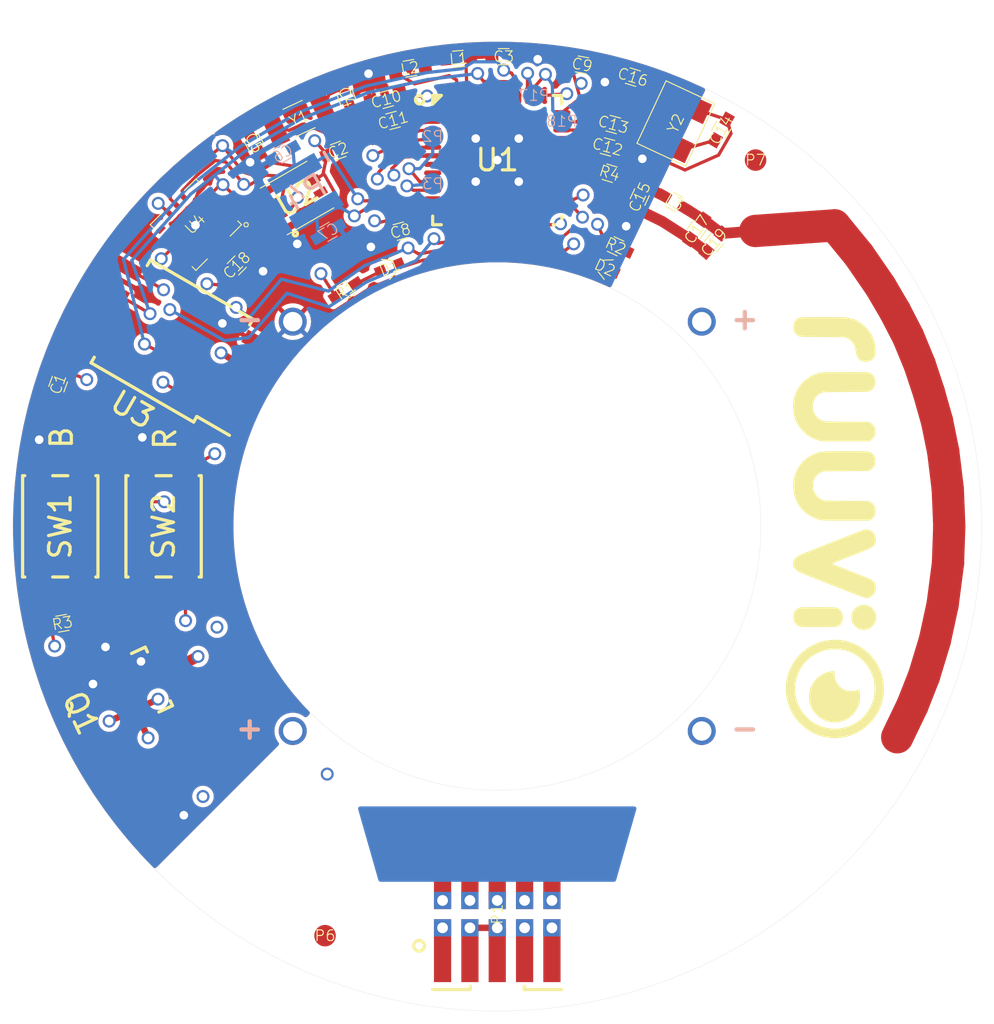
<source format=kicad_pcb>
(kicad_pcb (version 20221018) (generator pcbnew)
  (layers (0 "F.Cu" signal) (1 "In1.Cu" signal) (2 "In2.Cu" signal) (31 "B.Cu" signal) (34 "B.Paste" user) (35 "F.Paste" user) (36 "B.SilkS" user "B.Silkscreen") (37 "F.SilkS" user "F.Silkscreen") (38 "B.Mask" user) (39 "F.Mask" user) (44 "Edge.Cuts" user))
  (net 0 "")
  (net 1 "VDD")
  (net 2 "GND")
  (net 3 "Net-(C3-Pad1)")
  (net 4 "Net-(C4-Pad2)")
  (net 5 "Net-(C5-Pad2)")
  (net 6 "Net-(C6-Pad2)")
  (net 7 "Net-(C7-Pad1)")
  (net 8 "Net-(C11-Pad2)")
  (net 9 "Net-(C12-Pad2)")
  (net 10 "Net-(C13-Pad2)")
  (net 11 "/XC1")
  (net 12 "/ANTENNA")
  (net 13 "/XC2")
  (net 14 "Net-(C17-Pad1)")
  (net 15 "/LED1")
  (net 16 "Net-(D1-Pad2)")
  (net 17 "/LED3")
  (net 18 "Net-(D2-Pad2)")
  (net 19 "Net-(L1-Pad1)")
  (net 20 "Net-(L2-Pad1)")
  (net 21 "/SWDIO")
  (net 22 "/SWDCLK")
  (net 23 "/SWO")
  (net 24 "/RESET")
  (net 25 "Net-(P2-Pad1)")
  (net 26 "Net-(P3-Pad1)")
  (net 27 "/BUTTON1")
  (net 28 "Net-(R4-Pad2)")
  (net 29 "/SPI_ACC_CS")
  (net 30 "/SPI_FLASH_CS")
  (net 31 "/SPI_HUMI_CS")
  (net 32 "/ACC_INT1")
  (net 33 "/SPI_MOSI")
  (net 34 "/SPI_MISO")
  (net 35 "/SPI_SCK")
  (net 36 "Net-(P1-Pad7)")
  (net 37 "Net-(P1-Pad8)")
  (net 38 "Net-(P17-Pad1)")
  (net 39 "Net-(P18-Pad1)")
  (net 40 "Net-(P8-Pad1)")
  (footprint "RuuviTag:0402_GENERAL" (layer "F.Cu") (at 15.11 5.06 20)
    (fp_text reference "C2")
    (fp_text value "100n")
  )
  (footprint "RuuviTag:0402_GENERAL" (layer "F.Cu") (at 22.8 0.7)
    (fp_text reference "C3")
    (fp_text value "1u")
  )
  (footprint "RuuviTag:0402_GENERAL" (layer "F.Cu") (at 15.49 2.57 110)
    (fp_text reference "C4")
    (fp_text value "12p")
  )
  (footprint "RuuviTag:0402_GENERAL" (layer "F.Cu") (at 11.2 4.7 120)
    (fp_text reference "C5")
    (fp_text value "12p")
  )
  (footprint "RuuviTag:0402_GENERAL" (layer "F.Cu") (at 18 8.8 15)
    (fp_text reference "C8")
    (fp_text value "100n")
  )
  (footprint "RuuviTag:0402_GENERAL" (layer "F.Cu") (at 26.44 1.08 170)
    (fp_text reference "C9")
    (fp_text value "100n")
  )
  (footprint "RuuviTag:0402_GENERAL" (layer "F.Cu") (at 17.66 3.66 15)
    (fp_text reference "C11")
    (fp_text value "100n")
  )
  (footprint "RuuviTag:0402_GENERAL" (layer "F.Cu") (at 27.62 4.89 165)
    (fp_text reference "C12")
    (fp_text value "100p")
  )
  (footprint "RuuviTag:0402_GENERAL" (layer "F.Cu") (at 27.89 3.85 165)
    (fp_text reference "C13")
    (fp_text value "100p")
  )
  (footprint "RuuviTag:0402_GENERAL" (layer "F.Cu") (at 32.9 4.1 -120)
    (fp_text reference "C14")
    (fp_text value "12p")
  )
  (footprint "RuuviTag:0402_GENERAL" (layer "F.Cu") (at 29.12 7.22 -115)
    (fp_text reference "C15")
    (fp_text value "0p8")
  )
  (footprint "RuuviTag:0402_GENERAL" (layer "F.Cu") (at 28.8 1.65 -17)
    (fp_text reference "C16")
    (fp_text value "12p")
  )
  (footprint "RuuviTag:0402_GENERAL" (layer "F.Cu") (at 31.77 8.72 -125)
    (fp_text reference "C17")
    (fp_text value "1p2")
  )
  (footprint "RuuviTag:0402_GENERAL" (layer "F.Cu") (at 32.57 9.33 -130)
    (fp_text reference "C19")
    (fp_text value "1p2")
  )
  (footprint "RuuviTag:0402_LED" (layer "F.Cu") (at 17.5 10.5 -158)
    (fp_text reference "D1")
    (fp_text value "LED1")
  )
  (footprint "RuuviTag:0402_LED" (layer "F.Cu") (at 27.5 10.5 -25)
    (fp_text reference "D2")
    (fp_text value "LED3")
  )
  (footprint "RuuviTag:0402_GENERAL" (layer "F.Cu") (at 20.7 0.8 5)
    (fp_text reference "L1")
    (fp_text value "15n")
  )
  (footprint "RuuviTag:0603_GENERAL" (layer "F.Cu") (at 18.44 1.24 10)
    (fp_text reference "L2")
    (fp_text value "10u")
  )
  (footprint "RuuviTag:0402_GENERAL" (layer "F.Cu") (at 30.73 7.45 -30)
    (fp_text reference "L3")
    (fp_text value "3n9")
  )
  (footprint "RuuviTag:FIDUCIAL_1MM" (layer "F.Cu") (at 14.5 41.5)
    (fp_text reference "P6")
    (fp_text value "FIDUCIAL")
  )
  (footprint "RuuviTag:FIDUCIAL_1MM" (layer "F.Cu") (at 34.5 5.5)
    (fp_text reference "P7")
    (fp_text value "FIDUCIAL")
  )
  (footprint "Housings_SOT-23_SOT-143_TSOT-6:SOT-23" (layer "F.Cu") (at 6.19 29.74 -65)
    (fp_text reference "Q1")
    (fp_text value "Q_PMOS_GSD")
  )
  (footprint "RuuviTag:0402_GENERAL" (layer "F.Cu") (at 15.46 11.55 -147)
    (fp_text reference "R1")
    (fp_text value "470")
  )
  (footprint "RuuviTag:0402_GENERAL" (layer "F.Cu") (at 28 9.5 155)
    (fp_text reference "R2")
    (fp_text value "470")
  )
  (footprint "RuuviTag:0402_GENERAL" (layer "F.Cu") (at 2.3 27 -170)
    (fp_text reference "R3")
    (fp_text value "100k")
  )
  (footprint "RuuviTag:0603_GENERAL" (layer "F.Cu") (at 27.72 6.11 163)
    (fp_text reference "R4")
    (fp_text value "0")
  )
  (footprint "Buttons_Switches_SMD:SW_SPST_EVQP2" (layer "F.Cu") (at 2.2 22.5 90)
    (fp_text reference "SW1")
    (fp_text value "SW_PUSH")
  )
  (footprint "Buttons_Switches_SMD:SW_SPST_EVQP2" (layer "F.Cu") (at 7 22.5 90)
    (fp_text reference "SW2")
    (fp_text value "SW_PUSH")
  )
  (footprint "RuuviTag:QFN-48_6X6MM_BOTPAD" (layer "F.Cu") (at 22.5 5.5)
    (fp_text reference "U1")
    (fp_text value "nRF52832")
  )
  (footprint "RuuviTag:BME280" (layer "F.Cu") (at 13.2 7.26 -150)
    (fp_text reference "U2")
    (fp_text value "BME280")
  )
  (footprint "RuuviTag:LGA16_3X3MM" (layer "F.Cu") (at 8.5 8.5 -135)
    (fp_text reference "U4")
    (fp_text value "ADXL363")
  )
  (footprint "RuuviTag:32X15MM_2PIN_CRYSTAL" (layer "F.Cu") (at 13.29 3.57 -155)
    (fp_text reference "Y1")
    (fp_text value "32K")
  )
  (footprint "RuuviTag:32X25MM_4PIN_CRYSTAL" (layer "F.Cu") (at 30.8 3.8 65)
    (fp_text reference "Y2")
    (fp_text value "32M")
  )
  (footprint "RuuviTag:ARM_DEBUG_CONNECTOR_10PIN_ALSO_SMD" (layer "F.Cu") (at 22.5 40.5 90)
    (fp_text reference "P1")
    (fp_text value "ARM_DEBUG")
  )
  (footprint "RuuviTag:09MM_PLATED_HOLE" (layer "F.Cu") (at 32 13)
    (fp_text reference "P8" hide)
    (fp_text value "+BATT")
  )
  (footprint "RuuviTag:09MM_PLATED_HOLE" (layer "F.Cu") (at 13 32)
    (fp_text reference "P9" hide)
    (fp_text value "+BATT")
  )
  (footprint "RuuviTag:09MM_PLATED_HOLE" (layer "F.Cu") (at 32 32)
    (fp_text reference "P11" hide)
    (fp_text value "GND")
  )
  (footprint "RuuviTag:09MM_PLATED_HOLE" (layer "F.Cu") (at 13 13)
    (fp_text reference "P12" hide)
    (fp_text value "GND")
  )
  (footprint "Ruuvi:RUUVILOGOSILK20MM" (layer "F.Cu") (at 38.19 22.56 -90)
    (fp_text reference "G***" hide)
    (fp_text value "RUUVILOGOSILK20MM" hide)
  )
  (footprint "RuuviTag:0603_GENERAL" (layer "F.Cu") (at 2.1 15.9 -110)
    (fp_text reference "C1")
    (fp_text value "4u7")
  )
  (footprint "RuuviTag:0603_GENERAL" (layer "F.Cu") (at 10.4 10.39 45)
    (fp_text reference "C18")
    (fp_text value "4u7")
  )
  (footprint "RuuviTag:0603_GENERAL" (layer "F.Cu") (at 17.34 2.68 15)
    (fp_text reference "C10")
    (fp_text value "4u7")
  )
  (footprint "Housings_SOIC:SOIJ-8_5.3x5.3mm_Pitch1.27mm" (layer "F.Cu") (at 7.39 13.9 150)
    (fp_text reference "U3")
    (fp_text value "GENERIC_DATAFLASH")
  )
  (footprint "RuuviTag:0402_GENERAL" (layer "B.Cu") (at 12.53 5.19 30)
    (fp_text reference "C6")
    (fp_text value "NFCTUN1")
  )
  (footprint "RuuviTag:0402_GENERAL" (layer "B.Cu") (at 14.66 8.83 30)
    (fp_text reference "C7")
    (fp_text value "NFCTUN2")
  )
  (footprint "RuuviTag:2PIN_2MM_PITCH_SMD_PIN_STRIP" (layer "B.Cu") (at 13.6 7 -150)
    (fp_text reference "P4")
    (fp_text value "NFC")
  )
  (footprint "RuuviTag:FIDUCIAL_1MM" (layer "B.Cu") (at 19.5 4.4)
    (fp_text reference "P2")
    (fp_text value "UART_TX")
  )
  (footprint "RuuviTag:FIDUCIAL_1MM" (layer "B.Cu") (at 19.5 6.6)
    (fp_text reference "P3")
    (fp_text value "UART_RX")
  )
  (footprint "RuuviTag:FIDUCIAL_1MM" (layer "B.Cu") (at 24.2 2.5)
    (fp_text reference "P17")
    (fp_text value "I2C_SCL")
  )
  (footprint "RuuviTag:FIDUCIAL_1MM" (layer "B.Cu") (at 25.5 3.7)
    (fp_text reference "P18")
    (fp_text value "I2C_SDA")
  )
  (footprint "RuuviTag:OSHWTEXT_MASK_12MM" (layer "B.Cu") (at 22.5 37.2 180)
    (fp_text reference "G***" hide)
    (fp_text value "OSHWTEXT_MASK_12MM" hide)
  )
  (gr_circle (center 22.5 22.5) (end 0 22.5) (stroke (width 0.01)) (fill none) (layer "Edge.Cuts"))
  (gr_circle (center 22.5 22.5) (end 34.75 22.5) (stroke (width 0.01)) (fill none) (layer "Edge.Cuts"))
  (gr_text "+" (at 34 13 180) (layer "B.SilkS") (effects (font (size 1 1) (thickness 0.2)) (justify mirror)))
  (gr_text "-" (at 11 13 180) (layer "B.SilkS") (effects (font (size 1 1) (thickness 0.2)) (justify mirror)))
  (gr_text "+" (at 11 32 180) (layer "B.SilkS") (effects (font (size 1 1) (thickness 0.2)) (justify mirror)))
  (gr_text "-" (at 34 32 180) (layer "B.SilkS") (effects (font (size 1 1) (thickness 0.2)) (justify mirror)))
  (gr_text "R" (at 7.07 18.43 90) (layer "F.SilkS") (effects (font (size 1 1))))
  (gr_text "B" (at 2.26 18.38 90) (layer "F.SilkS") (effects (font (size 1 1))))
  (segment (start 25.5 3.3) (end 26.35 2.63) (width 0.15) (layer "F.Cu") (net 1))
  (segment (start 26.35 2.63) (end 26.171933 1.981236) (width 0.15) (layer "F.Cu") (net 1))
  (segment (start 26.171933 1.981236) (end 25.898356 0.984494) (width 0.15) (layer "F.Cu") (net 1))
  (segment (start 26.171933 1.981236) (end 26.4 1.94) (width 0.15) (layer "F.Cu") (net 1))
  (segment (start 17.931259 2.55765) (end 19.240141 2.525795) (width 0.15) (layer "F.Cu") (net 1))
  (segment (start 20.3 8.5) (end 18.531259 8.65765) (width 0.15) (layer "F.Cu") (net 1))
  (segment (start 19.240141 2.525795) (end 20.3 2.5) (width 0.15) (layer "F.Cu") (net 1))
  (segment (start 13.968477 6.441042) (end 14.4 6.18) (width 0.15) (layer "F.Cu") (net 1))
  (segment (start 14.4 6.18) (end 14.43 6.035274) (width 0.15) (layer "F.Cu") (net 1))
  (segment (start 14.43 6.035274) (end 14.593169 5.248111) (width 0.15) (layer "F.Cu") (net 1))
  (segment (start 10.126346 8.287868) (end 10.66 8.84) (width 0.15) (layer "F.Cu") (net 1))
  (segment (start 10.66 8.84) (end 9.820332 9.720297) (width 0.15) (layer "F.Cu") (net 1))
  (segment (start 9.42 10.14) (end 9.811091 10.588909) (width 0.15) (layer "F.Cu") (net 1))
  (segment (start 9.065685 9.772792) (end 9.42 10.14) (width 0.15) (layer "F.Cu") (net 1))
  (segment (start 14.593169 5.248111) (end 14.02 4.6) (width 0.15) (layer "F.Cu") (net 1))
  (segment (start 27.501531 9.26756) (end 27.16 8.48) (width 0.15) (layer "F.Cu") (net 1))
  (segment (start 19.96 42.405) (end 19.96 41.135) (width 0.15) (layer "F.Cu") (net 1))
  (segment (start 1.758356 27.095506) (end 1.94 28.06) (width 0.15) (layer "F.Cu") (net 1))
  (segment (start 2.339414 15.242215) (end 3.43 15.69) (width 0.15) (layer "F.Cu") (net 1))
  (segment (start 14.618477 7.566875) (end 14.87 7.29) (width 0.15) (layer "F.Cu") (net 1))
  (segment (start 14.87 7.29) (end 14.91 6.95) (width 0.15) (layer "F.Cu") (net 1))
  (segment (start 14.91 6.95) (end 14.48 6.19) (width 0.15) (layer "F.Cu") (net 1))
  (segment (start 14.48 6.19) (end 14.4 6.18) (width 0.15) (layer "F.Cu") (net 1))
  (segment (start 9.905025 10.884975) (end 9.51 11.29) (width 0.15) (layer "F.Cu") (net 1))
  (segment (start 9.51 11.29) (end 9.01 11.24) (width 0.15) (layer "F.Cu") (net 1))
  (segment (start 14.998731 11.849551) (end 14.31 10.77) (width 0.15) (layer "F.Cu") (net 1))
  (segment (start 18.531259 8.65765) (end 18.11 8.13) (width 0.15) (layer "F.Cu") (net 1))
  (segment (start 18.11 8.13) (end 16.93 8.42) (width 0.15) (layer "F.Cu") (net 1))
  (segment (start 16.93 8.42) (end 16.8 8.32) (width 0.15) (layer "F.Cu") (net 1))
  (segment (start 2.339414 15.242215) (end 3.276507 13.724778) (width 0.3) (layer "F.Cu") (net 1))
  (segment (start 3.276507 13.724778) (end 3.911507 12.624926) (width 0.3) (layer "F.Cu") (net 1))
  (segment (start 10.868493 15.175074) (end 9.67 14.45) (width 0.3) (layer "F.Cu") (net 1))
  (segment (start 5.684491 31.023932) (end 6.28 32.32) (width 0.3) (layer "F.Cu") (net 1))
  (segment (start 5.684491 31.023932) (end 4.47 31.54) (width 0.3) (layer "F.Cu") (net 1))
  (segment (start 5.684491 31.023932) (end 6.74 30.52) (width 0.3) (layer "F.Cu") (net 1))
  (segment (start 9.768742 9.774384) (end 9.42 10.14) (width 0.15) (layer "F.Cu") (net 1))
  (segment (start 9.419239 9.419239) (end 9.63137 9.63137) (width 0.15) (layer "F.Cu") (net 1))
  (segment (start 9.63137 9.63137) (end 9.63137 9.637012) (width 0.15) (layer "F.Cu") (net 1))
  (segment (start 9.63137 9.637012) (end 9.768742 9.774384) (width 0.15) (layer "F.Cu") (net 1))
  (segment (start 9.820332 9.720297) (end 9.768742 9.774384) (width 0.15) (layer "F.Cu") (net 1))
  (via (at 8.83 35.04) (size 0.6) (drill 0.4) (layers "F.Cu" "B.Cu") (net 1))
  (via (at 1.94 28.06) (size 0.6) (drill 0.4) (layers "F.Cu" "B.Cu") (net 1))
  (via (at 3.43 15.69) (size 0.6) (drill 0.4) (layers "F.Cu" "B.Cu") (net 1))
  (via (at 14.31 10.77) (size 0.6) (drill 0.4) (layers "F.Cu" "B.Cu") (net 1))
  (via (at 19.240141 2.525795) (size 0.6) (drill 0.4) (layers "F.Cu" "B.Cu") (net 1))
  (via (at 9.01 11.24) (size 0.6) (drill 0.4) (layers "F.Cu" "B.Cu") (net 1))
  (via (at 4.47 31.54) (size 0.6) (drill 0.4) (layers "F.Cu" "B.Cu") (net 1))
  (via (at 26.4 1.94) (size 0.6) (drill 0.4) (layers "F.Cu" "B.Cu") (net 1))
  (via (at 9.67 14.45) (size 0.6) (drill 0.4) (layers "F.Cu" "B.Cu") (net 1))
  (via (at 6.74 30.52) (size 0.6) (drill 0.4) (layers "F.Cu" "B.Cu") (net 1))
  (via (at 14.02 4.6) (size 0.6) (drill 0.4) (layers "F.Cu" "B.Cu") (net 1))
  (via (at 16.8 8.32) (size 0.6) (drill 0.4) (layers "F.Cu" "B.Cu") (net 1))
  (via (at 27.16 8.48) (size 0.6) (drill 0.4) (layers "F.Cu" "B.Cu") (net 1))
  (via (at 6.28 32.32) (size 0.6) (drill 0.4) (layers "F.Cu" "B.Cu") (net 1))
  (segment (start 19.240141 2.525795) (end 19.24 2.52) (width 0.15) (layer "B.Cu") (net 1))
  (segment (start 22.5 5.5) (end 21.5 4.5) (width 0.15) (layer "F.Cu") (net 2))
  (segment (start 22.5 5.5) (end 23.5 4.5) (width 0.15) (layer "F.Cu") (net 2))
  (segment (start 22.5 5.5) (end 21.5 6.5) (width 0.15) (layer "F.Cu") (net 2))
  (segment (start 22.5 5.5) (end 23.5 6.5) (width 0.15) (layer "F.Cu") (net 2))
  (segment (start 32.216467 9.751324) (end 31.454533 9.170534) (width 0.5) (layer "F.Cu") (net 2))
  (segment (start 31.454533 9.170534) (end 30.17 8.35) (width 0.5) (layer "F.Cu") (net 2))
  (segment (start 30.17 8.35) (end 28.88756 7.718469) (width 0.5) (layer "F.Cu") (net 2))
  (segment (start 28.88756 7.718469) (end 28.49 8.57) (width 0.5) (layer "F.Cu") (net 2))
  (segment (start 21.5 2.5) (end 21.49 3.27) (width 0.15) (layer "F.Cu") (net 2))
  (segment (start 21.49 3.27) (end 22.5 5.5) (width 0.15) (layer "F.Cu") (net 2))
  (segment (start 25.5 5.3) (end 26.51 5.29) (width 0.15) (layer "F.Cu") (net 2))
  (segment (start 26.51 5.29) (end 26.77 5.16) (width 0.15) (layer "F.Cu") (net 2))
  (segment (start 26.77 5.16) (end 27.51 5.38) (width 0.15) (layer "F.Cu") (net 2))
  (segment (start 27.51 5.38) (end 28.151259 5.03235) (width 0.15) (layer "F.Cu") (net 2))
  (segment (start 28.49 8.57) (end 27.65 8.18) (width 0.15) (layer "F.Cu") (net 2))
  (segment (start 27.65 8.18) (end 27.31 7.52) (width 0.15) (layer "F.Cu") (net 2))
  (segment (start 27.31 7.52) (end 27.91 5.54) (width 0.15) (layer "F.Cu") (net 2))
  (segment (start 27.91 5.54) (end 28.151259 5.03235) (width 0.15) (layer "F.Cu") (net 2))
  (segment (start 29.24 5.44) (end 29.697651 4.389344) (width 0.15) (layer "F.Cu") (net 2))
  (segment (start 33.175 3.623686) (end 31.902349 3.210656) (width 0.15) (layer "F.Cu") (net 2))
  (segment (start 33.175 3.623686) (end 33.36 4.27) (width 0.15) (layer "F.Cu") (net 2))
  (segment (start 33.36 4.27) (end 32.78 5.27) (width 0.15) (layer "F.Cu") (net 2))
  (segment (start 32.78 5.27) (end 31.22 5.96) (width 0.15) (layer "F.Cu") (net 2))
  (segment (start 31.22 5.96) (end 29.68 5.27) (width 0.15) (layer "F.Cu") (net 2))
  (segment (start 29.68 5.27) (end 29.24 5.44) (width 0.15) (layer "F.Cu") (net 2))
  (segment (start 16.868741 2.84235) (end 16.52 1.49) (width 0.15) (layer "F.Cu") (net 2))
  (segment (start 9.772792 9.065685) (end 9.28967 8.560747) (width 0.15) (layer "F.Cu") (net 2))
  (segment (start 8.38 7.61) (end 8.58 7.05) (width 0.15) (layer "F.Cu") (net 2))
  (segment (start 8.58 7.05) (end 8.712132 6.873654) (width 0.15) (layer "F.Cu") (net 2))
  (segment (start 9.28967 8.560747) (end 8.874365 8.126689) (width 0.15) (layer "F.Cu") (net 2))
  (segment (start 9.28967 8.560747) (end 8.449576 9.312013) (width 0.15) (layer "F.Cu") (net 2))
  (segment (start 8.379963 9.374265) (end 7.934315 9.772792) (width 0.15) (layer "F.Cu") (net 2))
  (segment (start 8.874365 8.126689) (end 8.38 7.61) (width 0.15) (layer "F.Cu") (net 2))
  (segment (start 8.48 8.52) (end 8.874365 8.126689) (width 0.15) (layer "F.Cu") (net 2))
  (segment (start 21.23 41.135) (end 22.5 41.135) (width 0.3) (layer "F.Cu") (net 2))
  (segment (start 21.23 42.405) (end 21.23 41.135) (width 0.15) (layer "F.Cu") (net 2))
  (segment (start 22.5 42.405) (end 22.5 41.135) (width 0.15) (layer "F.Cu") (net 2))
  (segment (start 25.04 42.405) (end 25.04 41.135) (width 0.15) (layer "F.Cu") (net 2))
  (segment (start 1.2 19.925) (end 1.22 18.48) (width 0.15) (layer "F.Cu") (net 2))
  (segment (start 6 19.925) (end 6.01 18.37) (width 0.15) (layer "F.Cu") (net 2))
  (segment (start 10.894975 9.895025) (end 11.62 10.66) (width 0.15) (layer "F.Cu") (net 2))
  (segment (start 7.227208 9.065685) (end 7.79 8.48) (width 0.15) (layer "F.Cu") (net 2))
  (segment (start 7.79 8.48) (end 8.48 8.52) (width 0.15) (layer "F.Cu") (net 2))
  (segment (start 8.287868 10.126346) (end 8.51 9.88) (width 0.15) (layer "F.Cu") (net 2))
  (segment (start 8.51 9.88) (end 8.449576 9.312013) (width 0.15) (layer "F.Cu") (net 2))
  (segment (start 8.449576 9.312013) (end 8.379963 9.374265) (width 0.15) (layer "F.Cu") (net 2))
  (segment (start 11.475 5.176314) (end 11.02 5.6) (width 0.15) (layer "F.Cu") (net 2))
  (segment (start 23.35 0.7) (end 24.38 0.82) (width 0.15) (layer "F.Cu") (net 2))
  (segment (start 28.274032 1.489196) (end 28.14 1.97) (width 0.15) (layer "F.Cu") (net 2))
  (segment (start 28.14 1.97) (end 27.91 2.11) (width 0.15) (layer "F.Cu") (net 2))
  (segment (start 27.91 2.11) (end 27.46 1.99) (width 0.15) (layer "F.Cu") (net 2))
  (segment (start 27.46 1.99) (end 27.5 1.88) (width 0.15) (layer "F.Cu") (net 2))
  (segment (start 17.468741 8.94235) (end 16.68 9.21) (width 0.15) (layer "F.Cu") (net 2))
  (segment (start 16.68 9.21) (end 16.63 9.53) (width 0.15) (layer "F.Cu") (net 2))
  (segment (start 14.293477 7.003958) (end 12.756523 8.641875) (width 0.15) (layer "F.Cu") (net 2))
  (segment (start 12.756523 8.641875) (end 13.21 9.39) (width 0.15) (layer "F.Cu") (net 2))
  (segment (start 17.128741 3.80235) (end 16.663852 2.861173) (width 0.15) (layer "F.Cu") (net 2))
  (segment (start 15.678111 3.086831) (end 16.663852 2.861173) (width 0.15) (layer "F.Cu") (net 2))
  (segment (start 11.503493 14.075222) (end 9.73 13.08) (width 0.15) (layer "F.Cu") (net 2))
  (segment (start 4.881516 29.301947) (end 3.72 29.82) (width 0.3) (layer "F.Cu") (net 2))
  (segment (start 4.881516 29.301947) (end 4.3 28.1) (width 0.3) (layer "F.Cu") (net 2))
  (segment (start 4.881516 29.301947) (end 5.95 28.77) (width 0.3) (layer "F.Cu") (net 2))
  (via (at 28.49 8.57) (size 0.6) (drill 0.4) (layers "F.Cu" "B.Cu") (net 2))
  (via (at 23.5 6.5) (size 0.6) (drill 0.4) (layers "F.Cu" "B.Cu") (net 2))
  (via (at 3.72 29.82) (size 0.6) (drill 0.4) (layers "F.Cu" "B.Cu") (net 2))
  (via (at 21.5 4.5) (size 0.6) (drill 0.4) (layers "F.Cu" "B.Cu") (net 2))
  (via (at 11.02 5.6) (size 0.6) (drill 0.4) (layers "F.Cu" "B.Cu") (net 2))
  (via (at 16.52 1.49) (size 0.6) (drill 0.4) (layers "F.Cu" "B.Cu") (net 2))
  (via (at 13.21 9.39) (size 0.6) (drill 0.4) (layers "F.Cu" "B.Cu") (net 2))
  (via (at 24.38 0.82) (size 0.6) (drill 0.4) (layers "F.Cu" "B.Cu") (net 2))
  (via (at 23.5 4.5) (size 0.6) (drill 0.4) (layers "F.Cu" "B.Cu") (net 2))
  (via (at 5.95 28.77) (size 0.6) (drill 0.4) (layers "F.Cu" "B.Cu") (net 2))
  (via (at 8.48 8.52) (size 0.6) (drill 0.4) (layers "F.Cu" "B.Cu") (net 2))
  (via (at 11.62 10.66) (size 0.6) (drill 0.4) (layers "F.Cu" "B.Cu") (net 2))
  (via (at 21.5 6.5) (size 0.6) (drill 0.4) (layers "F.Cu" "B.Cu") (net 2))
  (via (at 1.22 18.48) (size 0.6) (drill 0.4) (layers "F.Cu" "B.Cu") (net 2))
  (via (at 29.24 5.44) (size 0.6) (drill 0.4) (layers "F.Cu" "B.Cu") (net 2))
  (via (at 4.3 28.1) (size 0.6) (drill 0.4) (layers "F.Cu" "B.Cu") (net 2))
  (via (at 9.73 13.08) (size 0.6) (drill 0.4) (layers "F.Cu" "B.Cu") (net 2))
  (via (at 7.94 35.91) (size 0.6) (drill 0.4) (layers "F.Cu" "B.Cu") (net 2))
  (via (at 27.5 1.88) (size 0.6) (drill 0.4) (layers "F.Cu" "B.Cu") (net 2))
  (via (at 22.5 5.5) (size 0.6) (drill 0.4) (layers "F.Cu" "B.Cu") (net 2))
  (via (at 16.63 9.53) (size 0.6) (drill 0.4) (layers "F.Cu" "B.Cu") (net 2))
  (via (at 6.01 18.37) (size 0.6) (drill 0.4) (layers "F.Cu" "B.Cu") (net 2))
  (segment (start 21.1 2.5) (end 21.05 1.14) (width 0.15) (layer "F.Cu") (net 3))
  (segment (start 21.05 1.14) (end 21.247907 0.752064) (width 0.15) (layer "F.Cu") (net 3))
  (segment (start 21.247907 0.752064) (end 22.25 0.7) (width 0.15) (layer "F.Cu") (net 3))
  (segment (start 19.5 3.7) (end 18.98 3.79) (width 0.15) (layer "F.Cu") (net 4))
  (segment (start 18.98 3.79) (end 18.38 3.99) (width 0.15) (layer "F.Cu") (net 4))
  (segment (start 18.38 3.99) (end 17.54 4.2) (width 0.15) (layer "F.Cu") (net 4))
  (segment (start 17.54 4.2) (end 16.79 4.4) (width 0.15) (layer "F.Cu") (net 4))
  (segment (start 16.79 4.4) (end 15.54 3.76) (width 0.15) (layer "F.Cu") (net 4))
  (segment (start 15.54 3.76) (end 14.427569 3.052858) (width 0.15) (layer "F.Cu") (net 4))
  (segment (start 15.511889 2.083169) (end 14.69 2.45) (width 0.15) (layer "F.Cu") (net 4))
  (segment (start 14.69 2.45) (end 14.427569 3.052858) (width 0.15) (layer "F.Cu") (net 4))
  (segment (start 19.5 4.1) (end 18.91 4.13) (width 0.15) (layer "F.Cu") (net 5))
  (segment (start 18.91 4.13) (end 18.62 4.24) (width 0.15) (layer "F.Cu") (net 5))
  (segment (start 18.62 4.24) (end 17.68 4.48) (width 0.15) (layer "F.Cu") (net 5))
  (segment (start 17.68 4.48) (end 16.98 4.68) (width 0.15) (layer "F.Cu") (net 5))
  (segment (start 16.98 4.68) (end 16.71 4.73) (width 0.15) (layer "F.Cu") (net 5))
  (segment (start 16.71 4.73) (end 16.29 4.53) (width 0.15) (layer "F.Cu") (net 5))
  (segment (start 16.29 4.53) (end 15.61 4.14) (width 0.15) (layer "F.Cu") (net 5))
  (segment (start 15.61 4.14) (end 15.18 3.92) (width 0.15) (layer "F.Cu") (net 5))
  (segment (start 10.925 4.223686) (end 11.72 3.77) (width 0.15) (layer "F.Cu") (net 5))
  (segment (start 11.72 3.77) (end 12.312431 4.007142) (width 0.15) (layer "F.Cu") (net 5))
  (segment (start 15.18 3.92) (end 14.47 4.22) (width 0.15) (layer "F.Cu") (net 5))
  (segment (start 14.47 4.22) (end 13.5 3.81) (width 0.15) (layer "F.Cu") (net 5))
  (segment (start 13.5 3.81) (end 12.83 4.12) (width 0.15) (layer "F.Cu") (net 5))
  (segment (start 12.83 4.12) (end 12.312431 4.007142) (width 0.15) (layer "F.Cu") (net 5))
  (segment (start 19.5 7.3) (end 16.11 7.4) (width 0.15) (layer "F.Cu") (net 6))
  (segment (start 16.11 7.4) (end 16.02 7.3) (width 0.15) (layer "F.Cu") (net 6))
  (via (at 16.02 7.3) (size 0.6) (drill 0.4) (layers "F.Cu" "B.Cu") (net 6))
  (segment (start 16.02 7.3) (end 14.68 5.23) (width 0.15) (layer "B.Cu") (net 6))
  (segment (start 14.68 5.23) (end 13.1 6.133975) (width 0.15) (layer "B.Cu") (net 6))
  (segment (start 13.006314 4.915) (end 13.1 6.133975) (width 0.15) (layer "B.Cu") (net 6))
  (segment (start 19.5 7.7) (end 16.44 7.73) (width 0.15) (layer "F.Cu") (net 7))
  (segment (start 16.44 7.73) (end 15.86 8.09) (width 0.15) (layer "F.Cu") (net 7))
  (via (at 15.86 8.09) (size 0.6) (drill 0.4) (layers "F.Cu" "B.Cu") (net 7))
  (segment (start 15.86 8.09) (end 15.22 7.7) (width 0.15) (layer "B.Cu") (net 7))
  (segment (start 15.22 7.7) (end 14.1 7.866025) (width 0.15) (layer "B.Cu") (net 7))
  (segment (start 14.183686 9.105) (end 14.1 7.866025) (width 0.15) (layer "B.Cu") (net 7))
  (segment (start 19.5 3.3) (end 18.131259 3.45765) (width 0.15) (layer "F.Cu") (net 8))
  (segment (start 25.5 4.9) (end 26.3 4.88) (width 0.15) (layer "F.Cu") (net 9))
  (segment (start 26.3 4.88) (end 27.088741 4.74765) (width 0.15) (layer "F.Cu") (net 9))
  (segment (start 27.358741 3.70765) (end 26.5 4.39) (width 0.15) (layer "F.Cu") (net 10))
  (segment (start 26.5 4.39) (end 26.36 4.47) (width 0.15) (layer "F.Cu") (net 10))
  (segment (start 26.36 4.47) (end 25.5 4.5) (width 0.15) (layer "F.Cu") (net 10))
  (segment (start 31.057113 5.023271) (end 32.625 4.576314) (width 0.15) (layer "F.Cu") (net 11))
  (segment (start 31.057113 5.023271) (end 30.452907 3.862866) (width 0.15) (layer "F.Cu") (net 11))
  (segment (start 30.452907 3.862866) (end 29.407707 3.35845) (width 0.15) (layer "F.Cu") (net 11))
  (segment (start 29.407707 3.35845) (end 28.23974 2.940731) (width 0.15) (layer "F.Cu") (net 11))
  (segment (start 28.23974 2.940731) (end 27.424495 2.747073) (width 0.15) (layer "F.Cu") (net 11))
  (segment (start 27.424495 2.747073) (end 26.78 3.13) (width 0.15) (layer "F.Cu") (net 11))
  (segment (start 26.78 3.13) (end 26.54 3.92) (width 0.15) (layer "F.Cu") (net 11))
  (segment (start 26.54 3.92) (end 26.29 4.11) (width 0.15) (layer "F.Cu") (net 11))
  (segment (start 26.29 4.11) (end 25.5 4.1) (width 0.15) (layer "F.Cu") (net 11))
  (segment (start 28.389413 6.31466) (end 29.35244 6.721531) (width 0.5) (layer "F.Cu") (net 12))
  (segment (start 30.253686 7.175) (end 29.35244 6.721531) (width 0.5) (layer "F.Cu") (net 12))
  (segment (start 25.5 3.7) (end 26.17 3.73) (width 0.15) (layer "F.Cu") (net 13))
  (segment (start 26.17 3.73) (end 26.29 3.64) (width 0.15) (layer "F.Cu") (net 13))
  (segment (start 26.29 3.64) (end 26.46 3) (width 0.15) (layer "F.Cu") (net 13))
  (segment (start 26.46 3) (end 26.47 2.96) (width 0.15) (layer "F.Cu") (net 13))
  (segment (start 26.47 2.96) (end 27.27 2.42) (width 0.15) (layer "F.Cu") (net 13))
  (segment (start 27.27 2.42) (end 27.3 2.4) (width 0.15) (layer "F.Cu") (net 13))
  (segment (start 27.3 2.4) (end 28.601205 2.690533) (width 0.15) (layer "F.Cu") (net 13))
  (segment (start 28.601205 2.690533) (end 29.456505 3.057182) (width 0.15) (layer "F.Cu") (net 13))
  (segment (start 29.456505 3.057182) (end 30.542887 2.576729) (width 0.15) (layer "F.Cu") (net 13))
  (segment (start 30.542887 2.576729) (end 29.56 2.1) (width 0.15) (layer "F.Cu") (net 13))
  (segment (start 29.56 2.1) (end 29.325968 1.810804) (width 0.15) (layer "F.Cu") (net 13))
  (segment (start 31.206314 7.725) (end 32.085467 8.269466) (width 0.5) (layer "F.Cu") (net 14))
  (segment (start 32.085467 8.269466) (end 32.923533 8.908676) (width 0.5) (layer "F.Cu") (net 14))
  (segment (start 32.923533 8.908676) (end 34.49 8.79) (width 0.5) (layer "F.Cu") (net 14))
  (segment (start 34.49 8.79) (end 38.17 8.53) (width 1.5) (layer "F.Cu") (net 14))
  (segment (start 38.17 8.53) (end 39.3 9.91) (width 1.5) (layer "F.Cu") (net 14))
  (segment (start 39.3 9.91) (end 40.3 11.36) (width 1.5) (layer "F.Cu") (net 14))
  (segment (start 40.3 11.36) (end 40.98 12.52) (width 1.5) (layer "F.Cu") (net 14))
  (segment (start 40.98 12.52) (end 41.59 13.7) (width 1.5) (layer "F.Cu") (net 14))
  (segment (start 41.59 13.7) (end 42.13 15.01) (width 1.5) (layer "F.Cu") (net 14))
  (segment (start 42.13 15.01) (end 42.55 16.28) (width 1.5) (layer "F.Cu") (net 14))
  (segment (start 42.55 16.28) (end 42.93 17.62) (width 1.5) (layer "F.Cu") (net 14))
  (segment (start 42.93 17.62) (end 43.22 19.04) (width 1.5) (layer "F.Cu") (net 14))
  (segment (start 43.22 19.04) (end 43.43 20.78) (width 1.5) (layer "F.Cu") (net 14))
  (segment (start 43.43 20.78) (end 43.5 22.49) (width 1.5) (layer "F.Cu") (net 14))
  (segment (start 43.5 22.49) (end 43.44 24.21) (width 1.5) (layer "F.Cu") (net 14))
  (segment (start 43.44 24.21) (end 43.19 26.13) (width 1.5) (layer "F.Cu") (net 14))
  (segment (start 43.19 26.13) (end 42.83 27.79) (width 1.5) (layer "F.Cu") (net 14))
  (segment (start 42.83 27.79) (end 42.33 29.44) (width 1.5) (layer "F.Cu") (net 14))
  (segment (start 42.33 29.44) (end 41.79 30.81) (width 1.5) (layer "F.Cu") (net 14))
  (segment (start 41.79 30.81) (end 41.08 32.29) (width 1.5) (layer "F.Cu") (net 14))
  (segment (start 23.1 8.5) (end 23.1 9.48) (width 0.15) (layer "F.Cu") (net 15))
  (segment (start 23.1 9.48) (end 22.78 9.77) (width 0.15) (layer "F.Cu") (net 15))
  (segment (start 22.78 9.77) (end 21.48 9.76) (width 0.15) (layer "F.Cu") (net 15))
  (segment (start 21.48 9.76) (end 20.22 9.93) (width 0.15) (layer "F.Cu") (net 15))
  (segment (start 20.22 9.93) (end 19.04 10.15) (width 0.15) (layer "F.Cu") (net 15))
  (segment (start 19.04 10.15) (end 18.22 10.41) (width 0.15) (layer "F.Cu") (net 15))
  (segment (start 18.22 10.41) (end 17.917233 10.331427) (width 0.15) (layer "F.Cu") (net 15))
  (segment (start 15.921269 11.250449) (end 17.082767 10.668573) (width 0.15) (layer "F.Cu") (net 16))
  (segment (start 23.9 8.5) (end 23.89 9.01) (width 0.15) (layer "F.Cu") (net 17))
  (segment (start 23.89 9.01) (end 24.02 9.14) (width 0.15) (layer "F.Cu") (net 17))
  (segment (start 24.02 9.14) (end 25.400011 9.188422) (width 0.15) (layer "F.Cu") (net 17))
  (segment (start 25.400011 9.188422) (end 25.910011 8.748422) (width 0.15) (layer "F.Cu") (net 17))
  (segment (start 25.910011 8.748422) (end 26.52 8.9) (width 0.15) (layer "F.Cu") (net 17))
  (segment (start 26.52 8.9) (end 27.092161 10.309822) (width 0.15) (layer "F.Cu") (net 17))
  (segment (start 27.907839 10.690178) (end 28.24 9.9) (width 0.15) (layer "F.Cu") (net 18))
  (segment (start 28.24 9.9) (end 28.498469 9.73244) (width 0.15) (layer "F.Cu") (net 18))
  (segment (start 20.152093 0.847936) (end 19.089365 1.178446) (width 0.15) (layer "F.Cu") (net 19))
  (segment (start 17.710635 1.421554) (end 18.66 1.96) (width 0.15) (layer "F.Cu") (net 20))
  (segment (start 18.66 1.96) (end 20.27 1.58) (width 0.15) (layer "F.Cu") (net 20))
  (segment (start 20.27 1.58) (end 20.61 1.78) (width 0.15) (layer "F.Cu") (net 20))
  (segment (start 20.61 1.78) (end 20.7 2.5) (width 0.15) (layer "F.Cu") (net 20))
  (segment (start 25.5 7.3) (end 26.07 7.32) (width 0.15) (layer "F.Cu") (net 21))
  (segment (start 26.07 7.32) (end 26.49 7.12) (width 0.15) (layer "F.Cu") (net 21))
  (segment (start 19.96 38.595) (end 19.96 39.865) (width 0.15) (layer "F.Cu") (net 21))
  (via (at 26.49 7.12) (size 0.6) (drill 0.4) (layers "F.Cu" "B.Cu") (net 21))
  (segment (start 25.5 7.7) (end 26.07 7.73) (width 0.15) (layer "F.Cu") (net 22))
  (segment (start 26.07 7.73) (end 26.46 8.15) (width 0.15) (layer "F.Cu") (net 22))
  (segment (start 21.23 38.595) (end 21.23 39.865) (width 0.15) (layer "F.Cu") (net 22))
  (via (at 26.46 8.15) (size 0.6) (drill 0.4) (layers "F.Cu" "B.Cu") (net 22))
  (segment (start 23.5 8.5) (end 23.51 9.26) (width 0.15) (layer "F.Cu") (net 23))
  (segment (start 23.51 9.26) (end 23.79 9.54) (width 0.15) (layer "F.Cu") (net 23))
  (segment (start 23.79 9.54) (end 25.66 9.69) (width 0.15) (layer "F.Cu") (net 23))
  (segment (start 25.66 9.69) (end 26.05 9.39) (width 0.15) (layer "F.Cu") (net 23))
  (segment (start 22.5 38.595) (end 22.5 39.865) (width 0.15) (layer "F.Cu") (net 23))
  (via (at 26.05 9.39) (size 0.6) (drill 0.4) (layers "F.Cu" "B.Cu") (net 23))
  (via (at 9.48 27.18) (size 0.6) (drill 0.4) (layers "F.Cu" "B.Cu") (net 23))
  (via (at 14.6 34) (size 0.6) (drill 0.4) (layers "F.Cu" "B.Cu") (net 23))
  (segment (start 24.7 8.5) (end 25.33 8.5) (width 0.15) (layer "F.Cu") (net 24))
  (segment (start 25.33 8.5) (end 25.44 8.46) (width 0.15) (layer "F.Cu") (net 24))
  (segment (start 8 25.075) (end 8 19.925) (width 0.15) (layer "F.Cu") (net 24))
  (segment (start 9.38 19.13) (end 8 19.925) (width 0.15) (layer "F.Cu") (net 24))
  (segment (start 25.04 38.595) (end 25.04 39.865) (width 0.15) (layer "F.Cu") (net 24))
  (segment (start 8.02 26.88) (end 8 25.075) (width 0.15) (layer "F.Cu") (net 24))
  (via (at 9.38 19.13) (size 0.6) (drill 0.4) (layers "F.Cu" "B.Cu") (net 24))
  (via (at 25.44 8.46) (size 0.6) (drill 0.4) (layers "F.Cu" "B.Cu") (net 24))
  (via (at 8.02 26.88) (size 0.6) (drill 0.4) (layers "F.Cu" "B.Cu") (net 24))
  (segment (start 18.9 6.5) (end 19.5 6.5) (width 0.15) (layer "F.Cu") (net 25))
  (segment (start 18.9 6.5) (end 18.4 5.9) (width 0.15) (layer "F.Cu") (net 25))
  (via (at 18.4 5.9) (size 0.6) (drill 0.4) (layers "F.Cu" "B.Cu") (net 25))
  (segment (start 18.4 5.9) (end 18.9 5.9) (width 0.15) (layer "B.Cu") (net 25))
  (segment (start 18.9 5.9) (end 19.5 5.2) (width 0.15) (layer "B.Cu") (net 25))
  (segment (start 19.5 4.4) (end 19.5 5.2) (width 0.15) (layer "B.Cu") (net 25))
  (segment (start 18.3 6.7) (end 18.6 6.9) (width 0.15) (layer "F.Cu") (net 26))
  (segment (start 18.6 6.9) (end 19.5 6.9) (width 0.15) (layer "F.Cu") (net 26))
  (via (at 18.3 6.7) (size 0.6) (drill 0.4) (layers "F.Cu" "B.Cu") (net 26))
  (segment (start 19.5 6.6) (end 18.3 6.7) (width 0.15) (layer "B.Cu") (net 26))
  (segment (start 21.5 8.5) (end 21.5 9.21) (width 0.15) (layer "F.Cu") (net 27))
  (segment (start 21.5 9.21) (end 21.28 9.47) (width 0.15) (layer "F.Cu") (net 27))
  (segment (start 21.28 9.47) (end 20.19 9.61) (width 0.15) (layer "F.Cu") (net 27))
  (segment (start 20.19 9.61) (end 18.86 9.86) (width 0.15) (layer "F.Cu") (net 27))
  (segment (start 18.86 9.86) (end 18.36 9.58) (width 0.15) (layer "F.Cu") (net 27))
  (segment (start 3.2 25.075) (end 2.88 25.91) (width 0.15) (layer "F.Cu") (net 27))
  (segment (start 2.88 25.91) (end 2.99 26.55) (width 0.15) (layer "F.Cu") (net 27))
  (segment (start 2.99 26.55) (end 2.841644 26.904494) (width 0.15) (layer "F.Cu") (net 27))
  (segment (start 3.2 25.075) (end 3.2 21.36) (width 0.15) (layer "F.Cu") (net 27))
  (segment (start 7.03 21.36) (end 3.2 21.36) (width 0.15) (layer "F.Cu") (net 27))
  (segment (start 3.2 21.36) (end 3.2 19.925) (width 0.15) (layer "F.Cu") (net 27))
  (via (at 7.03 21.36) (size 0.6) (drill 0.4) (layers "F.Cu" "B.Cu") (net 27))
  (via (at 10.37 12.34) (size 0.6) (drill 0.4) (layers "F.Cu" "B.Cu") (net 27))
  (via (at 18.36 9.58) (size 0.6) (drill 0.4) (layers "F.Cu" "B.Cu") (net 27))
  (segment (start 18.36 9.58) (end 16.34 10.4) (width 0.15) (layer "B.Cu") (net 27))
  (segment (start 16.34 10.4) (end 14.66 11.58) (width 0.15) (layer "B.Cu") (net 27))
  (segment (start 14.66 11.58) (end 12.47 11.03) (width 0.15) (layer "B.Cu") (net 27))
  (segment (start 12.47 11.03) (end 10.99 12.81) (width 0.15) (layer "B.Cu") (net 27))
  (segment (start 10.99 12.81) (end 10.37 12.34) (width 0.15) (layer "B.Cu") (net 27))
  (segment (start 26.04 5.71) (end 25.5 5.7) (width 0.2) (layer "F.Cu") (net 28))
  (segment (start 27.050587 5.90534) (end 26.04 5.71) (width 0.3) (layer "F.Cu") (net 28))
  (segment (start 20.7 8.5) (end 20.68 9.02) (width 0.15) (layer "F.Cu") (net 29))
  (segment (start 20.68 9.02) (end 20.49 9.24) (width 0.15) (layer "F.Cu") (net 29))
  (segment (start 20.49 9.24) (end 19.75 9.36) (width 0.15) (layer "F.Cu") (net 29))
  (segment (start 19.75 9.36) (end 19.56 9.15) (width 0.15) (layer "F.Cu") (net 29))
  (segment (start 6.75 7.51) (end 7.227208 7.934315) (width 0.15) (layer "F.Cu") (net 29))
  (via (at 19.56 9.15) (size 0.6) (drill 0.4) (layers "F.Cu" "B.Cu") (net 29))
  (via (at 7.29 12.44) (size 0.6) (drill 0.4) (layers "F.Cu" "B.Cu") (net 29))
  (via (at 6.75 7.51) (size 0.6) (drill 0.4) (layers "F.Cu" "B.Cu") (net 29))
  (segment (start 7.29 12.44) (end 9.83 13.88) (width 0.15) (layer "B.Cu") (net 29))
  (segment (start 9.83 13.88) (end 10.95 13.74) (width 0.15) (layer "B.Cu") (net 29))
  (segment (start 10.95 13.74) (end 12.73 11.68) (width 0.15) (layer "B.Cu") (net 29))
  (segment (start 12.73 11.68) (end 14.68 12.31) (width 0.15) (layer "B.Cu") (net 29))
  (segment (start 14.68 12.31) (end 16.42 11.16) (width 0.15) (layer "B.Cu") (net 29))
  (segment (start 16.42 11.16) (end 18.73 10.17) (width 0.15) (layer "B.Cu") (net 29))
  (segment (start 18.73 10.17) (end 19.56 9.15) (width 0.15) (layer "B.Cu") (net 29))
  (segment (start 19.5 5.3) (end 18.17 5.36) (width 0.15) (layer "F.Cu") (net 30))
  (segment (start 18.17 5.36) (end 17.6 5.9) (width 0.15) (layer "F.Cu") (net 30))
  (segment (start 17.6 5.9) (end 17.7 6.2) (width 0.15) (layer "F.Cu") (net 30))
  (segment (start 6.97 15.81) (end 8.369238 16.689389) (width 0.15) (layer "F.Cu") (net 30))
  (segment (start 8.369238 16.689389) (end 8.385769 16.699778) (width 0.15) (layer "F.Cu") (net 30))
  (segment (start 8.369238 16.689389) (end 9.598493 17.374778) (width 0.15) (layer "F.Cu") (net 30))
  (via (at 17.7 6.2) (size 0.6) (drill 0.4) (layers "F.Cu" "B.Cu") (net 30))
  (via (at 6.97 15.81) (size 0.6) (drill 0.4) (layers "F.Cu" "B.Cu") (net 30))
  (segment (start 19.5 4.9) (end 18.98 4.91) (width 0.15) (layer "F.Cu") (net 31))
  (segment (start 18.98 4.91) (end 18.86 4.99) (width 0.15) (layer "F.Cu") (net 31))
  (segment (start 18.86 4.99) (end 18 5.07) (width 0.15) (layer "F.Cu") (net 31))
  (segment (start 18 5.07) (end 17.01 6.04) (width 0.15) (layer "F.Cu") (net 31))
  (segment (start 17.01 6.04) (end 16.93 6.38) (width 0.15) (layer "F.Cu") (net 31))
  (segment (start 12.9 7.81) (end 12.431523 8.078958) (width 0.15) (layer "F.Cu") (net 31))
  (segment (start 12.9 7.81) (end 13.22 7.24) (width 0.15) (layer "F.Cu") (net 31))
  (via (at 13.22 7.24) (size 0.6) (drill 0.4) (layers "F.Cu" "B.Cu") (net 31))
  (via (at 16.93 6.38) (size 0.6) (drill 0.4) (layers "F.Cu" "B.Cu") (net 31))
  (segment (start 19.5 4.5) (end 18.63 4.59) (width 0.15) (layer "F.Cu") (net 32))
  (segment (start 18.63 4.59) (end 17.79 4.78) (width 0.15) (layer "F.Cu") (net 32))
  (segment (start 17.79 4.78) (end 16.72 5.29) (width 0.15) (layer "F.Cu") (net 32))
  (segment (start 6.89 10.08) (end 7.580761 9.419239) (width 0.15) (layer "F.Cu") (net 32))
  (via (at 6.89 10.08) (size 0.6) (drill 0.4) (layers "F.Cu" "B.Cu") (net 32))
  (via (at 16.72 5.29) (size 0.6) (drill 0.4) (layers "F.Cu" "B.Cu") (net 32))
  (segment (start 24.7 2.5) (end 25.73 2.42) (width 0.15) (layer "F.Cu") (net 33))
  (segment (start 7 11.52) (end 5.614231 10.700222) (width 0.15) (layer "F.Cu") (net 33))
  (segment (start 12.106523 7.516042) (end 12.49 7.29) (width 0.15) (layer "F.Cu") (net 33))
  (segment (start 12.49 7.29) (end 12.58 6.86) (width 0.15) (layer "F.Cu") (net 33))
  (segment (start 12.58 6.86) (end 12.19 6.23) (width 0.15) (layer "F.Cu") (net 33))
  (segment (start 12.19 6.23) (end 11.74 6.2) (width 0.15) (layer "F.Cu") (net 33))
  (segment (start 11.74 6.2) (end 10.95 6.68) (width 0.15) (layer "F.Cu") (net 33))
  (segment (start 10.95 6.68) (end 10.72 6.63) (width 0.15) (layer "F.Cu") (net 33))
  (segment (start 7.934315 7.227208) (end 7.86 6.93) (width 0.15) (layer "F.Cu") (net 33))
  (segment (start 7.86 6.93) (end 8.57 6.19) (width 0.15) (layer "F.Cu") (net 33))
  (segment (start 8.57 6.19) (end 9.41 5.52) (width 0.15) (layer "F.Cu") (net 33))
  (segment (start 9.41 5.52) (end 9.89 5.59) (width 0.15) (layer "F.Cu") (net 33))
  (segment (start 9.89 5.59) (end 10.72 6.63) (width 0.15) (layer "F.Cu") (net 33))
  (via (at 7 11.52) (size 0.6) (drill 0.4) (layers "F.Cu" "B.Cu") (net 33))
  (via (at 25.73 2.42) (size 0.6) (drill 0.4) (layers "F.Cu" "B.Cu") (net 33))
  (via (at 10.72 6.63) (size 0.6) (drill 0.4) (layers "F.Cu" "B.Cu") (net 33))
  (segment (start 23.5 2.5) (end 23.5 2.03) (width 0.15) (layer "F.Cu") (net 34))
  (segment (start 23.5 2.03) (end 23.16 1.46) (width 0.15) (layer "F.Cu") (net 34))
  (segment (start 23.16 1.46) (end 22.8 1.33) (width 0.15) (layer "F.Cu") (net 34))
  (segment (start 6.11 14.04) (end 9.004665 15.591296) (width 0.15) (layer "F.Cu") (net 34))
  (segment (start 13.643477 5.878125) (end 12.083043 5.630799) (width 0.15) (layer "F.Cu") (net 34))
  (segment (start 12.083043 5.630799) (end 11.148809 6.203069) (width 0.15) (layer "F.Cu") (net 34))
  (segment (start 11.148809 6.203069) (end 10.667363 6.045593) (width 0.15) (layer "F.Cu") (net 34))
  (segment (start 10.667363 6.045593) (end 9.74 4.83) (width 0.15) (layer "F.Cu") (net 34))
  (segment (start 9.74 4.83) (end 8.41 5.91) (width 0.15) (layer "F.Cu") (net 34))
  (segment (start 8.41 5.91) (end 7.32 7.01) (width 0.15) (layer "F.Cu") (net 34))
  (segment (start 7.32 7.01) (end 7.31 7.3) (width 0.15) (layer "F.Cu") (net 34))
  (segment (start 7.31 7.3) (end 7.580761 7.580761) (width 0.15) (layer "F.Cu") (net 34))
  (segment (start 9.004665 15.591296) (end 9.020769 15.599926) (width 0.15) (layer "F.Cu") (net 34))
  (segment (start 9.004665 15.591296) (end 10.233493 16.274926) (width 0.15) (layer "F.Cu") (net 34))
  (via (at 22.8 1.33) (size 0.6) (drill 0.4) (layers "F.Cu" "B.Cu") (net 34))
  (via (at 6.11 14.04) (size 0.6) (drill 0.4) (layers "F.Cu" "B.Cu") (net 34))
  (via (at 9.74 4.83) (size 0.6) (drill 0.4) (layers "F.Cu" "B.Cu") (net 34))
  (segment (start 22.8 1.33) (end 22.5 0.94) (width 0.15) (layer "B.Cu") (net 34))
  (segment (start 22.5 0.94) (end 21.39 0.94) (width 0.15) (layer "B.Cu") (net 34))
  (segment (start 21.39 0.94) (end 20.87 1.26) (width 0.15) (layer "B.Cu") (net 34))
  (segment (start 20.87 1.26) (end 19.22 1.44) (width 0.15) (layer "B.Cu") (net 34))
  (segment (start 19.22 1.44) (end 16.39 2.07) (width 0.15) (layer "B.Cu") (net 34))
  (segment (start 16.39 2.07) (end 13.25 3.3) (width 0.15) (layer "B.Cu") (net 34))
  (segment (start 13.25 3.3) (end 10.53 4.89) (width 0.15) (layer "B.Cu") (net 34))
  (segment (start 10.53 4.89) (end 10.192799 5.156211) (width 0.15) (layer "B.Cu") (net 34))
  (segment (start 8.06 6.84) (end 5.14 10.11) (width 0.15) (layer "B.Cu") (net 34))
  (segment (start 5.14 10.11) (end 6.11 14.04) (width 0.15) (layer "B.Cu") (net 34))
  (segment (start 9.74 4.83) (end 10.192799 5.156212) (width 0.15) (layer "B.Cu") (net 34))
  (segment (start 10.192799 5.156212) (end 10.192799 5.156211) (width 0.15) (layer "B.Cu") (net 34))
  (segment (start 10.192799 5.156211) (end 8.06 6.84) (width 0.15) (layer "B.Cu") (net 34))
  (segment (start 23.1 2.5) (end 23.09 2.08) (width 0.15) (layer "F.Cu") (net 35))
  (segment (start 23.09 2.08) (end 22.96 1.86) (width 0.15) (layer "F.Cu") (net 35))
  (segment (start 22.96 1.86) (end 21.86 1.85) (width 0.15) (layer "F.Cu") (net 35))
  (segment (start 21.86 1.85) (end 21.59 1.48) (width 0.15) (layer "F.Cu") (net 35))
  (segment (start 6.37 12.63) (end 4.979231 11.800074) (width 0.15) (layer "F.Cu") (net 35))
  (segment (start 9.76 6.64) (end 9.56 6.71) (width 0.15) (layer "F.Cu") (net 35))
  (segment (start 9.56 6.71) (end 9.065685 7.227208) (width 0.15) (layer "F.Cu") (net 35))
  (segment (start 9.76 6.64) (end 10.58 7.44) (width 0.15) (layer "F.Cu") (net 35))
  (segment (start 10.58 7.44) (end 10.89 7.48) (width 0.15) (layer "F.Cu") (net 35))
  (segment (start 10.89 7.48) (end 11.781523 6.953125) (width 0.15) (layer "F.Cu") (net 35))
  (via (at 9.76 6.64) (size 0.6) (drill 0.4) (layers "F.Cu" "B.Cu") (net 35))
  (via (at 6.37 12.63) (size 0.6) (drill 0.4) (layers "F.Cu" "B.Cu") (net 35))
  (via (at 21.59 1.48) (size 0.6) (drill 0.4) (layers "F.Cu" "B.Cu") (net 35))
  (segment (start 21.59 1.48) (end 19.27 1.76) (width 0.15) (layer "B.Cu") (net 35))
  (segment (start 19.27 1.76) (end 16.52 2.36) (width 0.15) (layer "B.Cu") (net 35))
  (segment (start 16.52 2.36) (end 13.41 3.57) (width 0.15) (layer "B.Cu") (net 35))
  (segment (start 13.41 3.57) (end 10.76 5.11) (width 0.15) (layer "B.Cu") (net 35))
  (segment (start 10.76 5.11) (end 9.369033 6.206082) (width 0.15) (layer "B.Cu") (net 35))
  (segment (start 8.26 7.08) (end 5.52 10.16) (width 0.15) (layer "B.Cu") (net 35))
  (segment (start 5.52 10.16) (end 6.37 12.63) (width 0.15) (layer "B.Cu") (net 35))
  (segment (start 9.369033 6.206082) (end 8.26 7.08) (width 0.15) (layer "B.Cu") (net 35))
  (segment (start 9.369033 6.206082) (end 9.76 6.64) (width 0.15) (layer "B.Cu") (net 35))
  (segment (start 23.77 42.405) (end 23.77 41.135) (width 0.15) (layer "F.Cu") (net 36))
  (segment (start 23.77 38.595) (end 23.77 39.865) (width 0.15) (layer "F.Cu") (net 37))
  (segment (start 23.9 2.5) (end 23.91 1.47) (width 0.15) (layer "F.Cu") (net 38))
  (via (at 23.91 1.47) (size 0.6) (drill 0.4) (layers "F.Cu" "B.Cu") (net 38))
  (segment (start 23.91 1.47) (end 24.2 2.5) (width 0.15) (layer "B.Cu") (net 38))
  (segment (start 24.3 2.5) (end 24.3 2.03) (width 0.15) (layer "F.Cu") (net 39))
  (segment (start 24.3 2.03) (end 24.74 1.52) (width 0.15) (layer "F.Cu") (net 39))
  (via (at 24.74 1.52) (size 0.6) (drill 0.4) (layers "F.Cu" "B.Cu") (net 39))
  (segment (start 24.74 1.52) (end 25.06 2) (width 0.15) (layer "B.Cu") (net 39))
  (segment (start 25.06 2) (end 25.08 3.19) (width 0.15) (layer "B.Cu") (net 39))
  (segment (start 25.08 3.19) (end 25.5 3.7) (width 0.15) (layer "B.Cu") (net 39))
  (segment (start 8.6 28.54) (end 7.094695 29.318134) (width 0.5) (layer "F.Cu") (net 40))
  (via (at 8.6 28.54) (size 0.6) (drill 0.4) (layers "F.Cu" "B.Cu") (net 40))
  (zone (net 2) (net_name "GND") (layer "F.Cu") (connect_pads (clearance 0.2)) (min_thickness 0.2) (fill yes (thermal_gap 0.2) (thermal_bridge_width 0.21))
    (polygon (pts (xy 27.5 12) (xy 33 0.5) (xy 22.5 -1.5) (xy 8.5 3) (xy -0.5 15.5) (xy -0.5 29.5) (xy 6 39) (xy 14 31) (xy 10.5 22.5) (xy 14 14) (xy 22.5 10.5)))
  )
  (zone (net 0) (net_name "") (layer "B.Cu") (connect_pads (clearance 0.2)) (min_thickness 0.2) (fill yes (thermal_gap 0.2) (thermal_bridge_width 0.21))
    (polygon (pts (xy 16 35.5) (xy 29 35.5) (xy 28 39) (xy 17 39)))
  )
  (zone (net 2) (net_name "GND") (layer "B.Cu") (connect_pads (clearance 0.2)) (min_thickness 0.2) (fill yes (thermal_gap 0.2) (thermal_bridge_width 0.21))
    (polygon (pts (xy 27.5 12) (xy 33 0.5) (xy 22.5 -1.5) (xy 8.5 3) (xy -0.5 15.5) (xy -0.5 29.5) (xy 6 39) (xy 14 31) (xy 10.5 22.5) (xy 14 14) (xy 22.5 10.5)))
  )
)
</source>
